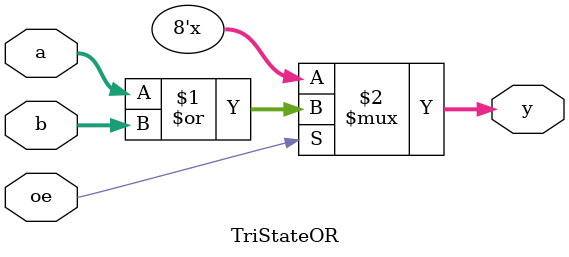
<source format=sv>
module TriStateOR(
    input oe,       // 输出使能
    input [7:0] a, b,
    output [7:0] y
);
    assign y = oe ? (a | b) : 8'bzzzzzzzz;
endmodule

</source>
